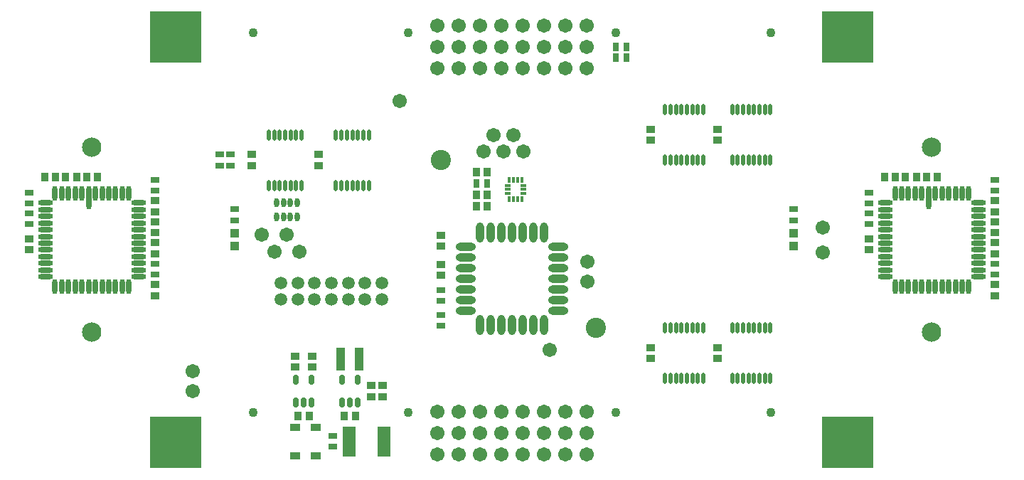
<source format=gts>
G04 Layer_Color=8388736*
%FSLAX44Y44*%
%MOMM*%
G71*
G01*
G75*
%ADD55R,1.1032X0.9032*%
%ADD56R,0.9032X1.1032*%
%ADD57R,1.1032X1.0032*%
%ADD58R,1.0532X0.8032*%
%ADD59R,0.8032X1.0532*%
%ADD60O,0.6032X1.1032*%
%ADD61C,1.7032*%
%ADD62O,0.6032X1.8032*%
%ADD63O,0.6032X2.8032*%
%ADD64O,1.8032X0.6032*%
%ADD65O,0.9632X2.4032*%
%ADD66O,2.4032X0.9632*%
%ADD67R,1.1000X2.8000*%
%ADD68O,0.7532X1.2032*%
%ADD69R,1.5032X3.6032*%
%ADD70R,1.2032X0.9032*%
%ADD71O,0.5100X1.3600*%
%ADD72O,0.5400X1.3400*%
%ADD73O,0.7000X0.4000*%
%ADD74O,0.4000X0.7000*%
%ADD75C,1.1000*%
%ADD76C,2.3032*%
%ADD77C,2.4032*%
%ADD78R,6.2032X6.2032*%
%ADD79C,1.5032*%
D55*
X775000Y138500D02*
D03*
Y151500D02*
D03*
X855000Y138500D02*
D03*
Y151500D02*
D03*
Y398500D02*
D03*
Y411500D02*
D03*
X775000Y398500D02*
D03*
Y411500D02*
D03*
X1185000Y213500D02*
D03*
Y226500D02*
D03*
X1035000Y281500D02*
D03*
Y268500D02*
D03*
X1185000Y326500D02*
D03*
Y313500D02*
D03*
Y288500D02*
D03*
Y301500D02*
D03*
Y276500D02*
D03*
Y263500D02*
D03*
X185000Y213500D02*
D03*
Y226500D02*
D03*
X35000Y281500D02*
D03*
Y268500D02*
D03*
X185000Y326500D02*
D03*
Y313500D02*
D03*
Y288500D02*
D03*
Y301500D02*
D03*
Y276500D02*
D03*
Y263500D02*
D03*
X525000Y272500D02*
D03*
Y285500D02*
D03*
Y237500D02*
D03*
Y250500D02*
D03*
X380000Y381500D02*
D03*
Y368500D02*
D03*
X300000Y381500D02*
D03*
Y368500D02*
D03*
X372000Y141500D02*
D03*
Y128500D02*
D03*
X352000Y141500D02*
D03*
Y128500D02*
D03*
X442000Y93500D02*
D03*
Y106500D02*
D03*
X456000Y93500D02*
D03*
Y106500D02*
D03*
D56*
X1078500Y355000D02*
D03*
X1091500D02*
D03*
X1053500D02*
D03*
X1066500D02*
D03*
X1116500D02*
D03*
X1103500D02*
D03*
X78500D02*
D03*
X91500D02*
D03*
X53500D02*
D03*
X66500D02*
D03*
X116500D02*
D03*
X103500D02*
D03*
X567500Y361000D02*
D03*
X580500D02*
D03*
X567500Y320000D02*
D03*
X580500D02*
D03*
X567500Y334000D02*
D03*
X580500D02*
D03*
X368500Y70000D02*
D03*
X355500D02*
D03*
X423500D02*
D03*
X410500D02*
D03*
D57*
X280000Y272500D02*
D03*
Y287500D02*
D03*
X945000Y272500D02*
D03*
Y287500D02*
D03*
D58*
X1185000Y338500D02*
D03*
Y351500D02*
D03*
X185000Y338500D02*
D03*
Y351500D02*
D03*
X1035000Y336500D02*
D03*
Y323500D02*
D03*
Y311500D02*
D03*
Y298500D02*
D03*
X1185000Y238500D02*
D03*
Y251500D02*
D03*
X35000Y336500D02*
D03*
Y323500D02*
D03*
Y311500D02*
D03*
Y298500D02*
D03*
X185000Y238500D02*
D03*
Y251500D02*
D03*
X525000Y220500D02*
D03*
Y207500D02*
D03*
Y177500D02*
D03*
Y190500D02*
D03*
X280000Y316500D02*
D03*
Y303500D02*
D03*
X945000Y316500D02*
D03*
Y303500D02*
D03*
X397000Y46500D02*
D03*
Y33500D02*
D03*
X262000Y368500D02*
D03*
Y381500D02*
D03*
X275000Y368500D02*
D03*
Y381500D02*
D03*
D59*
X580500Y347000D02*
D03*
X567500D02*
D03*
X746500Y497000D02*
D03*
X733500D02*
D03*
X746500Y510000D02*
D03*
X733500D02*
D03*
D60*
X354000Y324500D02*
D03*
X346000D02*
D03*
X338000D02*
D03*
X330000D02*
D03*
X354000Y307500D02*
D03*
X346000D02*
D03*
X338000D02*
D03*
X330000D02*
D03*
D61*
X980000Y265000D02*
D03*
Y295000D02*
D03*
X230000Y100000D02*
D03*
Y124000D02*
D03*
X327000Y266000D02*
D03*
X312000Y286000D02*
D03*
X357000Y266000D02*
D03*
X342000Y286000D02*
D03*
X624000Y385000D02*
D03*
X612000Y405000D02*
D03*
X600000Y385000D02*
D03*
X588000Y405000D02*
D03*
X576000Y385000D02*
D03*
X655000Y149000D02*
D03*
X700000Y230000D02*
D03*
Y254000D02*
D03*
X476000Y445000D02*
D03*
X698900Y484600D02*
D03*
Y510000D02*
D03*
Y535400D02*
D03*
X673500Y484600D02*
D03*
Y510000D02*
D03*
Y535400D02*
D03*
X648100Y484600D02*
D03*
Y510000D02*
D03*
Y535400D02*
D03*
X622700Y484600D02*
D03*
Y510000D02*
D03*
Y535400D02*
D03*
X597300Y484600D02*
D03*
Y510000D02*
D03*
Y535400D02*
D03*
X571900Y484600D02*
D03*
Y510000D02*
D03*
Y535400D02*
D03*
X546500Y484600D02*
D03*
Y510000D02*
D03*
Y535400D02*
D03*
X521100Y484600D02*
D03*
Y510000D02*
D03*
Y535400D02*
D03*
X698900Y24600D02*
D03*
Y50000D02*
D03*
Y75400D02*
D03*
X673500Y24600D02*
D03*
Y50000D02*
D03*
Y75400D02*
D03*
X648100Y24600D02*
D03*
Y50000D02*
D03*
Y75400D02*
D03*
X622700Y24600D02*
D03*
Y50000D02*
D03*
Y75400D02*
D03*
X597300Y24600D02*
D03*
Y50000D02*
D03*
Y75400D02*
D03*
X571900Y24600D02*
D03*
Y50000D02*
D03*
Y75400D02*
D03*
X546500Y24600D02*
D03*
Y50000D02*
D03*
Y75400D02*
D03*
X521100Y24600D02*
D03*
Y50000D02*
D03*
Y75400D02*
D03*
D62*
X1066000Y335250D02*
D03*
X1074000D02*
D03*
X1082000D02*
D03*
X1090000D02*
D03*
X1098000D02*
D03*
X1114000D02*
D03*
X1122000D02*
D03*
X1130000D02*
D03*
X1138000D02*
D03*
X1146000D02*
D03*
X1154000D02*
D03*
Y224750D02*
D03*
X1146000D02*
D03*
X1138000D02*
D03*
X1130000D02*
D03*
X1122000D02*
D03*
X1114000D02*
D03*
X1106000D02*
D03*
X1098000D02*
D03*
X1090000D02*
D03*
X1082000D02*
D03*
X1074000D02*
D03*
X1066000D02*
D03*
X66000Y335250D02*
D03*
X74000D02*
D03*
X82000D02*
D03*
X90000D02*
D03*
X98000D02*
D03*
X114000D02*
D03*
X122000D02*
D03*
X130000D02*
D03*
X138000D02*
D03*
X146000D02*
D03*
X154000D02*
D03*
Y224750D02*
D03*
X146000D02*
D03*
X138000D02*
D03*
X130000D02*
D03*
X122000D02*
D03*
X114000D02*
D03*
X106000D02*
D03*
X98000D02*
D03*
X90000D02*
D03*
X82000D02*
D03*
X74000D02*
D03*
X66000D02*
D03*
D63*
X1106000Y330250D02*
D03*
X106000D02*
D03*
D64*
X1165250Y324000D02*
D03*
Y316000D02*
D03*
Y308000D02*
D03*
Y300000D02*
D03*
Y292000D02*
D03*
Y284000D02*
D03*
Y276000D02*
D03*
Y268000D02*
D03*
Y260000D02*
D03*
Y252000D02*
D03*
Y244000D02*
D03*
Y236000D02*
D03*
X1054750D02*
D03*
Y244000D02*
D03*
Y252000D02*
D03*
Y260000D02*
D03*
Y268000D02*
D03*
Y276000D02*
D03*
Y284000D02*
D03*
Y292000D02*
D03*
Y300000D02*
D03*
Y308000D02*
D03*
Y316000D02*
D03*
Y324000D02*
D03*
X165250D02*
D03*
Y316000D02*
D03*
Y308000D02*
D03*
Y300000D02*
D03*
Y292000D02*
D03*
Y284000D02*
D03*
Y276000D02*
D03*
Y268000D02*
D03*
Y260000D02*
D03*
Y252000D02*
D03*
Y244000D02*
D03*
Y236000D02*
D03*
X54750D02*
D03*
Y244000D02*
D03*
Y252000D02*
D03*
Y260000D02*
D03*
Y268000D02*
D03*
Y276000D02*
D03*
Y284000D02*
D03*
Y292000D02*
D03*
Y300000D02*
D03*
Y308000D02*
D03*
Y316000D02*
D03*
Y324000D02*
D03*
D65*
X571900Y289000D02*
D03*
X584600D02*
D03*
X597300D02*
D03*
X610000D02*
D03*
X622700D02*
D03*
X635400D02*
D03*
X648100D02*
D03*
Y179000D02*
D03*
X635400D02*
D03*
X622700D02*
D03*
X610000D02*
D03*
X597300D02*
D03*
X584600D02*
D03*
X571900D02*
D03*
D66*
X665000Y272100D02*
D03*
Y259400D02*
D03*
Y246700D02*
D03*
Y234000D02*
D03*
Y221300D02*
D03*
Y208600D02*
D03*
Y195900D02*
D03*
X555000D02*
D03*
Y208600D02*
D03*
Y221300D02*
D03*
Y234000D02*
D03*
Y246700D02*
D03*
Y259400D02*
D03*
Y272100D02*
D03*
D67*
X406000Y138000D02*
D03*
X428000D02*
D03*
D68*
X352500Y86750D02*
D03*
X362000D02*
D03*
X371500D02*
D03*
Y113250D02*
D03*
X352500D02*
D03*
X407500Y86750D02*
D03*
X417000D02*
D03*
X426500D02*
D03*
Y113250D02*
D03*
X407500D02*
D03*
D69*
X416000Y40000D02*
D03*
X458000D02*
D03*
D70*
X376000Y23000D02*
D03*
Y57000D02*
D03*
X352000D02*
D03*
Y23000D02*
D03*
D71*
X872251Y114746D02*
D03*
X878751D02*
D03*
X885251D02*
D03*
X891751D02*
D03*
X898251D02*
D03*
X904751D02*
D03*
X911251D02*
D03*
X917751D02*
D03*
X872251Y175246D02*
D03*
X878751D02*
D03*
X885251D02*
D03*
X891751D02*
D03*
X898251D02*
D03*
X904751D02*
D03*
X911251D02*
D03*
X917751D02*
D03*
X837750Y175250D02*
D03*
X831250D02*
D03*
X824750D02*
D03*
X818250D02*
D03*
X811750D02*
D03*
X805250D02*
D03*
X798750D02*
D03*
X792250D02*
D03*
X837750Y114750D02*
D03*
X831250D02*
D03*
X824750D02*
D03*
X818250D02*
D03*
X811750D02*
D03*
X805250D02*
D03*
X798750D02*
D03*
X792250D02*
D03*
X872250Y374750D02*
D03*
X878750D02*
D03*
X885250D02*
D03*
X891750D02*
D03*
X898250D02*
D03*
X904750D02*
D03*
X911250D02*
D03*
X917750D02*
D03*
X872250Y435250D02*
D03*
X878750D02*
D03*
X885250D02*
D03*
X891750D02*
D03*
X898250D02*
D03*
X904750D02*
D03*
X911250D02*
D03*
X917750D02*
D03*
X837750D02*
D03*
X831250D02*
D03*
X824750D02*
D03*
X818250D02*
D03*
X811750D02*
D03*
X805250D02*
D03*
X798750D02*
D03*
X792250D02*
D03*
X837750Y374750D02*
D03*
X831250D02*
D03*
X824750D02*
D03*
X818250D02*
D03*
X811750D02*
D03*
X805250D02*
D03*
X798750D02*
D03*
X792250D02*
D03*
D72*
X320500Y345000D02*
D03*
X327000D02*
D03*
X333500D02*
D03*
X340000D02*
D03*
X346500D02*
D03*
X353000D02*
D03*
X359500D02*
D03*
X320500Y405000D02*
D03*
X327000D02*
D03*
X333500D02*
D03*
X340000D02*
D03*
X346500D02*
D03*
X353000D02*
D03*
X359500D02*
D03*
X439500D02*
D03*
X433000D02*
D03*
X426500D02*
D03*
X420000D02*
D03*
X413500D02*
D03*
X407000D02*
D03*
X400500D02*
D03*
X439500Y345000D02*
D03*
X433000D02*
D03*
X426500D02*
D03*
X420000D02*
D03*
X413500D02*
D03*
X407000D02*
D03*
X400500D02*
D03*
D73*
X623250Y345000D02*
D03*
Y340000D02*
D03*
Y335000D02*
D03*
X604750D02*
D03*
Y340000D02*
D03*
Y345000D02*
D03*
D74*
X621500Y328250D02*
D03*
X616500D02*
D03*
X611500D02*
D03*
X606500D02*
D03*
Y351750D02*
D03*
X611500D02*
D03*
X616500D02*
D03*
X621500D02*
D03*
D75*
X486360Y526410D02*
D03*
X301640D02*
D03*
Y74310D02*
D03*
X486360D02*
D03*
X918160D02*
D03*
X733440D02*
D03*
Y526410D02*
D03*
X918160D02*
D03*
D76*
X110000Y170000D02*
D03*
Y390000D02*
D03*
X1110000D02*
D03*
Y170000D02*
D03*
D77*
X525000Y375000D02*
D03*
X710000Y175000D02*
D03*
D78*
X1009950Y521290D02*
D03*
X209850D02*
D03*
X1009950Y38710D02*
D03*
X209850D02*
D03*
D79*
X455000Y209000D02*
D03*
Y229000D02*
D03*
X435000Y209000D02*
D03*
Y229000D02*
D03*
X415000Y209000D02*
D03*
Y229000D02*
D03*
X395000Y209000D02*
D03*
Y229000D02*
D03*
X375000Y209000D02*
D03*
Y229000D02*
D03*
X355000Y209000D02*
D03*
Y229000D02*
D03*
X335000Y209000D02*
D03*
Y229000D02*
D03*
M02*

</source>
